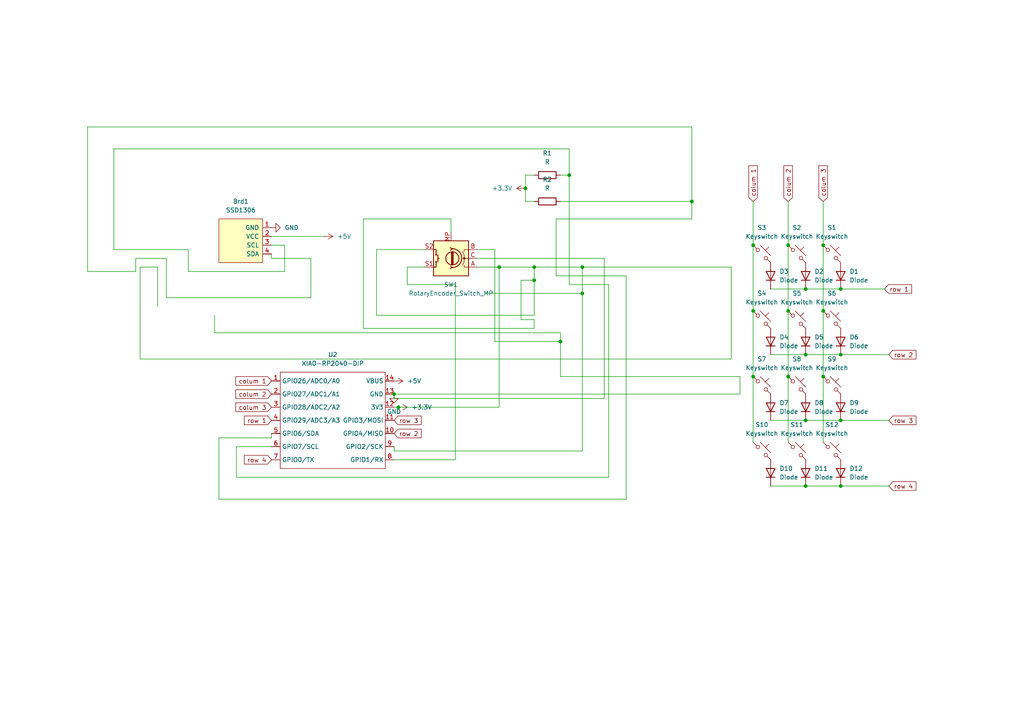
<source format=kicad_sch>
(kicad_sch (version 20231120) (generator "eeschema") (generator_version "8.0")
  (paper "A4")
  (lib_symbols
    (symbol "Device:R" (pin_numbers hide) (pin_names (offset 0))
      (property "Reference" "R" (at 2.032 0 90))
      (property "Value" "R" (at 0 0 90))
      (symbol "R_0_1"
        (rectangle (start -1.016 -2.54) (end 1.016 2.54) (stroke (width 0.254)))
      )
      (symbol "R_1_1"
        (pin passive line (at 0 3.81 270) (length 1.27) (name "~") (number "1"))
        (pin passive line (at 0 -3.81 90) (length 1.27) (name "~") (number "2"))
      )
    )
    (symbol "Device:RotaryEncoder_Switch_MP" (pin_names (offset 0.254) hide)
      (property "Reference" "SW" (at 0 8.89 0))
      (property "Value" "RotaryEncoder_Switch_MP" (at 0 6.35 0))
      (symbol "RotaryEncoder_Switch_MP_0_1"
        (rectangle (start -5.08 5.08) (end 5.08 -5.08) (stroke (width 0.254)) (fill (type background)))
        (circle (center -3.81 0) (radius 0.254) (fill (type outline)))
        (circle (center -0.381 0) (radius 1.905) (stroke (width 0.254)))
        (arc (start -0.381 2.667) (mid -3.0988 -0.0635) (end -0.381 -2.794) (stroke (width 0.254)))
        (polyline (pts (xy -0.635 -1.778) (xy -0.635 1.778)) (stroke (width 0.254)))
        (polyline (pts (xy -0.381 -1.778) (xy -0.381 1.778)) (stroke (width 0.254)))
        (polyline (pts (xy -0.127 1.778) (xy -0.127 -1.778)) (stroke (width 0.254)))
        (polyline (pts (xy 3.81 0) (xy 3.429 0)) (stroke (width 0.254)))
        (polyline (pts (xy 3.81 1.016) (xy 3.81 -1.016)) (stroke (width 0.254)))
        (polyline (pts (xy -5.08 -2.54) (xy -3.81 -2.54) (xy -3.81 -2.032)))
        (polyline (pts (xy -5.08 2.54) (xy -3.81 2.54) (xy -3.81 2.032)))
        (polyline (pts (xy 0.254 -3.048) (xy -0.508 -2.794) (xy 0.127 -2.413)) (stroke (width 0.254)))
        (polyline (pts (xy 0.254 2.921) (xy -0.508 2.667) (xy 0.127 2.286)) (stroke (width 0.254)))
        (polyline (pts (xy 5.08 -2.54) (xy 4.318 -2.54) (xy 4.318 -1.016)) (stroke (width 0.254)))
        (polyline (pts (xy 5.08 2.54) (xy 4.318 2.54) (xy 4.318 1.016)) (stroke (width 0.254)))
        (polyline (pts (xy -5.08 0) (xy -3.81 0) (xy -3.81 -1.016) (xy -3.302 -2.032)))
        (polyline (pts (xy -4.318 0) (xy -3.81 0) (xy -3.81 1.016) (xy -3.302 2.032)))
        (circle (center 4.318 -1.016) (radius 0.127) (stroke (width 0.254)))
        (circle (center 4.318 1.016) (radius 0.127) (stroke (width 0.254)))
      )
      (symbol "RotaryEncoder_Switch_MP_1_1"
        (pin passive line (at -7.62 2.54 0) (length 2.54) (name "A") (number "A"))
        (pin passive line (at -7.62 -2.54 0) (length 2.54) (name "B") (number "B"))
        (pin passive line (at -7.62 0 0) (length 2.54) (name "C") (number "C"))
        (pin passive line (at 0 -7.62 90) (length 2.54) (name "MP") (number "MP"))
        (pin passive line (at 7.62 2.54 180) (length 2.54) (name "S1") (number "S1"))
        (pin passive line (at 7.62 -2.54 180) (length 2.54) (name "S2") (number "S2"))
      )
    )
    (symbol "OPL:XIAO-RP2040-DIP"
      (property "Reference" "U" (at 0 0 0))
      (property "Value" "XIAO-RP2040-DIP" (at 5.334 -1.778 0))
      (symbol "XIAO-RP2040-DIP_1_0"
        (polyline (pts (xy -1.27 -30.48) (xy -1.27 -16.51)) (stroke (width 0.1524)))
        (polyline (pts (xy -1.27 -27.94) (xy -2.54 -27.94)) (stroke (width 0.1524)))
        (polyline (pts (xy -1.27 -24.13) (xy -2.54 -24.13)) (stroke (width 0.1524)))
        (polyline (pts (xy -1.27 -20.32) (xy -2.54 -20.32)) (stroke (width 0.1524)))
        (polyline (pts (xy -1.27 -16.51) (xy -2.54 -16.51)) (stroke (width 0.1524)))
        (polyline (pts (xy -1.27 -16.51) (xy -1.27 -12.7)) (stroke (width 0.1524)))
        (polyline (pts (xy -1.27 -12.7) (xy -2.54 -12.7)) (stroke (width 0.1524)))
        (polyline (pts (xy -1.27 -12.7) (xy -1.27 -8.89)) (stroke (width 0.1524)))
        (polyline (pts (xy -1.27 -8.89) (xy -2.54 -8.89)) (stroke (width 0.1524)))
        (polyline (pts (xy -1.27 -8.89) (xy -1.27 -5.08)) (stroke (width 0.1524)))
        (polyline (pts (xy -1.27 -5.08) (xy -2.54 -5.08)) (stroke (width 0.1524)))
        (polyline (pts (xy -1.27 -5.08) (xy -1.27 -2.54)) (stroke (width 0.1524)))
        (polyline (pts (xy -1.27 -2.54) (xy 29.21 -2.54)) (stroke (width 0.1524)))
        (polyline (pts (xy 29.21 -30.48) (xy -1.27 -30.48)) (stroke (width 0.1524)))
        (polyline (pts (xy 29.21 -12.7) (xy 29.21 -30.48)) (stroke (width 0.1524)))
        (polyline (pts (xy 29.21 -8.89) (xy 29.21 -12.7)) (stroke (width 0.1524)))
        (polyline (pts (xy 29.21 -5.08) (xy 29.21 -8.89)) (stroke (width 0.1524)))
        (polyline (pts (xy 29.21 -2.54) (xy 29.21 -5.08)) (stroke (width 0.1524)))
        (polyline (pts (xy 30.48 -27.94) (xy 29.21 -27.94)) (stroke (width 0.1524)))
        (polyline (pts (xy 30.48 -24.13) (xy 29.21 -24.13)) (stroke (width 0.1524)))
        (polyline (pts (xy 30.48 -20.32) (xy 29.21 -20.32)) (stroke (width 0.1524)))
        (polyline (pts (xy 30.48 -16.51) (xy 29.21 -16.51)) (stroke (width 0.1524)))
        (polyline (pts (xy 30.48 -12.7) (xy 29.21 -12.7)) (stroke (width 0.1524)))
        (polyline (pts (xy 30.48 -8.89) (xy 29.21 -8.89)) (stroke (width 0.1524)))
        (polyline (pts (xy 30.48 -5.08) (xy 29.21 -5.08)) (stroke (width 0.1524)))
        (pin passive line (at -3.81 -5.08 0) (length 2.54) (name "GPIO26/ADC0/A0") (number "1"))
        (pin passive line (at 31.75 -20.32 180) (length 2.54) (name "GPIO4/MISO") (number "10"))
        (pin passive line (at 31.75 -16.51 180) (length 2.54) (name "GPIO3/MOSI") (number "11"))
        (pin passive line (at 31.75 -12.7 180) (length 2.54) (name "3V3") (number "12"))
        (pin passive line (at 31.75 -8.89 180) (length 2.54) (name "GND") (number "13"))
        (pin passive line (at 31.75 -5.08 180) (length 2.54) (name "VBUS") (number "14"))
        (pin passive line (at -3.81 -8.89 0) (length 2.54) (name "GPIO27/ADC1/A1") (number "2"))
        (pin passive line (at -3.81 -12.7 0) (length 2.54) (name "GPIO28/ADC2/A2") (number "3"))
        (pin passive line (at -3.81 -16.51 0) (length 2.54) (name "GPIO29/ADC3/A3") (number "4"))
        (pin passive line (at -3.81 -20.32 0) (length 2.54) (name "GPIO6/SDA") (number "5"))
        (pin passive line (at -3.81 -24.13 0) (length 2.54) (name "GPIO7/SCL") (number "6"))
        (pin passive line (at -3.81 -27.94 0) (length 2.54) (name "GPIO0/TX") (number "7"))
        (pin passive line (at 31.75 -27.94 180) (length 2.54) (name "GPIO1/RX") (number "8"))
        (pin passive line (at 31.75 -24.13 180) (length 2.54) (name "GPIO2/SCK") (number "9"))
      )
    )
    (symbol "SSD1306-128x64_OLED:SSD1306" (pin_names (offset 1.016))
      (property "Reference" "Brd" (at 0 -3.81 0))
      (property "Value" "SSD1306" (at 0 -1.27 0))
      (symbol "SSD1306_0_1"
        (rectangle (start -6.35 6.35) (end 6.35 -6.35) (fill (type background)))
      )
      (symbol "SSD1306_1_1"
        (pin input line (at -3.81 8.89 270) (length 2.54) (name "GND") (number "1"))
        (pin input line (at -1.27 8.89 270) (length 2.54) (name "VCC") (number "2"))
        (pin input line (at 1.27 8.89 270) (length 2.54) (name "SCL") (number "3"))
        (pin input line (at 3.81 8.89 270) (length 2.54) (name "SDA") (number "4"))
      )
    )
    (symbol "ScottoKeebs:Placeholder_Diode" (pin_numbers hide) (pin_names hide)
      (property "Reference" "D" (at 0 2.54 0))
      (property "Value" "Diode" (at 0 -2.54 0))
      (symbol "Placeholder_Diode_0_1"
        (polyline (pts (xy -1.27 1.27) (xy -1.27 -1.27)) (stroke (width 0.254)))
        (polyline (pts (xy 1.27 0) (xy -1.27 0)))
        (polyline (pts (xy 1.27 1.27) (xy 1.27 -1.27) (xy -1.27 0) (xy 1.27 1.27)) (stroke (width 0.254)))
      )
      (symbol "Placeholder_Diode_1_1"
        (pin passive line (at -3.81 0 0) (length 2.54) (name "K") (number "1"))
        (pin passive line (at 3.81 0 180) (length 2.54) (name "A") (number "2"))
      )
    )
    (symbol "ScottoKeebs:Placeholder_Keyswitch" (pin_numbers hide) (pin_names (offset 1.016) hide)
      (property "Reference" "S" (at 3.048 1.016 0))
      (property "Value" "Keyswitch" (at 0 -3.81 0))
      (symbol "Placeholder_Keyswitch_0_1"
        (circle (center -1.1684 1.1684) (radius 0.508))
        (polyline (pts (xy -0.508 2.54) (xy 2.54 -0.508)))
        (polyline (pts (xy 1.016 1.016) (xy 2.032 2.032)))
        (polyline (pts (xy -2.54 2.54) (xy -1.524 1.524) (xy -1.524 1.524)))
        (polyline (pts (xy 1.524 -1.524) (xy 2.54 -2.54) (xy 2.54 -2.54) (xy 2.54 -2.54)))
        (circle (center 1.143 -1.1938) (radius 0.508))
        (pin passive line (at -2.54 2.54 0) (length 0) (name "1") (number "1"))
        (pin passive line (at 2.54 -2.54 180) (length 0) (name "2") (number "2"))
      )
    )
    (symbol "power:+3.3V" (power) (pin_numbers hide) (pin_names (offset 0) hide)
      (property "Value" "+3.3V" (at 0 3.556 0))
      (symbol "+3.3V_0_1"
        (polyline (pts (xy -0.762 1.27) (xy 0 2.54)))
        (polyline (pts (xy 0 0) (xy 0 2.54)))
        (polyline (pts (xy 0 2.54) (xy 0.762 1.27)))
      )
      (symbol "+3.3V_1_1"
        (pin power_in line (at 0 0 90) (length 0) (name "~") (number "1"))
      )
    )
    (symbol "power:+5V" (power) (pin_numbers hide) (pin_names (offset 0) hide)
      (property "Value" "+5V" (at 0 3.556 0))
      (symbol "+5V_0_1"
        (polyline (pts (xy -0.762 1.27) (xy 0 2.54)))
        (polyline (pts (xy 0 0) (xy 0 2.54)))
        (polyline (pts (xy 0 2.54) (xy 0.762 1.27)))
      )
      (symbol "+5V_1_1"
        (pin power_in line (at 0 0 90) (length 0) (name "~") (number "1"))
      )
    )
    (symbol "power:GND" (power) (pin_numbers hide) (pin_names (offset 0) hide)
      (property "Value" "GND" (at 0 -3.81 0))
      (symbol "GND_0_1"
        (polyline (pts (xy 0 0) (xy 0 -1.27) (xy 1.27 -1.27) (xy 0 -2.54) (xy -1.27 -1.27) (xy 0 -1.27)))
      )
      (symbol "GND_1_1"
        (pin power_in line (at 0 0 270) (length 0) (name "~") (number "1"))
      )
    )
  )
  (junction (at 228.6 71.12))
  (junction (at 238.76 109.22))
  (junction (at 154.94 81.28))
  (junction (at 152.4 54.61))
  (junction (at 114.3 114.3))
  (junction (at 218.44 109.22))
  (junction (at 228.6 109.22))
  (junction (at 233.68 121.92))
  (junction (at 243.84 140.97))
  (junction (at 154.94 77.47))
  (junction (at 238.76 90.17))
  (junction (at 165.1 50.8))
  (junction (at 218.44 90.17))
  (junction (at 162.56 99.06))
  (junction (at 168.91 85.09))
  (junction (at 233.68 102.87))
  (junction (at 115.57 118.11))
  (junction (at 238.76 71.12))
  (junction (at 218.44 71.12))
  (junction (at 144.78 77.47))
  (junction (at 233.68 140.97))
  (junction (at 243.84 83.82))
  (junction (at 228.6 90.17))
  (junction (at 200.66 58.42))
  (junction (at 168.91 77.47))
  (junction (at 243.84 121.92))
  (junction (at 233.68 83.82))
  (junction (at 243.84 102.87))
  (wire (pts (xy 152.4 54.61) (xy 152.4 58.42)))
  (wire (pts (xy 238.76 58.42) (xy 238.76 71.12)))
  (wire (pts (xy 168.91 77.47) (xy 168.91 85.09)))
  (wire (pts (xy 165.1 50.8) (xy 165.1 82.55)))
  (wire (pts (xy 214.63 114.3) (xy 114.3 114.3)))
  (wire (pts (xy 109.22 72.39) (xy 109.22 91.44)))
  (wire (pts (xy 82.55 71.12) (xy 78.74 71.12)))
  (wire (pts (xy 243.84 83.82) (xy 256.54 83.82)))
  (wire (pts (xy 39.37 74.93) (xy 48.26 74.93)))
  (wire (pts (xy 54.61 78.74) (xy 82.55 78.74)))
  (wire (pts (xy 143.51 99.06) (xy 162.56 99.06)))
  (wire (pts (xy 132.08 133.35) (xy 114.3 133.35)))
  (wire (pts (xy 223.52 102.87) (xy 233.68 102.87)))
  (wire (pts (xy 151.13 92.71) (xy 151.13 81.28)))
  (wire (pts (xy 123.19 72.39) (xy 109.22 72.39)))
  (wire (pts (xy 48.26 74.93) (xy 48.26 86.36)))
  (wire (pts (xy 162.56 58.42) (xy 200.66 58.42)))
  (wire (pts (xy 63.5 144.78) (xy 63.5 127)))
  (wire (pts (xy 238.76 109.22) (xy 238.76 128.27)))
  (wire (pts (xy 154.94 95.25) (xy 154.94 92.71)))
  (wire (pts (xy 123.19 77.47) (xy 118.11 77.47)))
  (wire (pts (xy 165.1 43.18) (xy 165.1 50.8)))
  (wire (pts (xy 132.08 82.55) (xy 118.11 82.55)))
  (wire (pts (xy 162.56 99.06) (xy 162.56 109.22)))
  (wire (pts (xy 68.58 129.54) (xy 78.74 129.54)))
  (wire (pts (xy 223.52 121.92) (xy 233.68 121.92)))
  (wire (pts (xy 151.13 81.28) (xy 154.94 81.28)))
  (wire (pts (xy 154.94 77.47) (xy 154.94 81.28)))
  (wire (pts (xy 218.44 71.12) (xy 218.44 90.17)))
  (wire (pts (xy 238.76 71.12) (xy 238.76 90.17)))
  (wire (pts (xy 118.11 77.47) (xy 118.11 82.55)))
  (wire (pts (xy 162.56 96.52) (xy 162.56 99.06)))
  (wire (pts (xy 62.23 96.52) (xy 62.23 91.44)))
  (wire (pts (xy 33.02 43.18) (xy 165.1 43.18)))
  (wire (pts (xy 212.09 77.47) (xy 212.09 104.14)))
  (wire (pts (xy 140.97 85.09) (xy 168.91 85.09)))
  (wire (pts (xy 257.81 121.92) (xy 243.84 121.92)))
  (wire (pts (xy 168.91 77.47) (xy 212.09 77.47)))
  (wire (pts (xy 257.81 102.87) (xy 243.84 102.87)))
  (wire (pts (xy 168.91 85.09) (xy 168.91 130.81)))
  (wire (pts (xy 200.66 63.5) (xy 161.29 63.5)))
  (wire (pts (xy 233.68 102.87) (xy 243.84 102.87)))
  (wire (pts (xy 228.6 58.42) (xy 228.6 71.12)))
  (wire (pts (xy 138.43 74.93) (xy 175.26 74.93)))
  (wire (pts (xy 175.26 74.93) (xy 175.26 115.57)))
  (wire (pts (xy 152.4 50.8) (xy 152.4 54.61)))
  (wire (pts (xy 39.37 78.74) (xy 39.37 74.93)))
  (wire (pts (xy 154.94 50.8) (xy 152.4 50.8)))
  (wire (pts (xy 238.76 90.17) (xy 238.76 109.22)))
  (wire (pts (xy 168.91 130.81) (xy 114.3 130.81)))
  (wire (pts (xy 181.61 80.01) (xy 181.61 144.78)))
  (wire (pts (xy 25.4 36.83) (xy 200.66 36.83)))
  (wire (pts (xy 130.81 67.31) (xy 130.81 63.5)))
  (wire (pts (xy 152.4 58.42) (xy 154.94 58.42)))
  (wire (pts (xy 109.22 91.44) (xy 154.94 91.44)))
  (wire (pts (xy 214.63 114.3) (xy 214.63 109.22)))
  (wire (pts (xy 228.6 71.12) (xy 228.6 90.17)))
  (wire (pts (xy 257.81 140.97) (xy 243.84 140.97)))
  (wire (pts (xy 114.3 118.11) (xy 115.57 118.11)))
  (wire (pts (xy 144.78 77.47) (xy 154.94 77.47)))
  (wire (pts (xy 162.56 109.22) (xy 214.63 109.22)))
  (wire (pts (xy 82.55 71.12) (xy 82.55 78.74)))
  (wire (pts (xy 176.53 138.43) (xy 68.58 138.43)))
  (wire (pts (xy 200.66 58.42) (xy 200.66 63.5)))
  (wire (pts (xy 233.68 121.92) (xy 243.84 121.92)))
  (wire (pts (xy 78.74 74.93) (xy 78.74 73.66)))
  (wire (pts (xy 115.57 118.11) (xy 144.78 118.11)))
  (wire (pts (xy 233.68 140.97) (xy 243.84 140.97)))
  (wire (pts (xy 90.17 86.36) (xy 90.17 74.93)))
  (wire (pts (xy 90.17 74.93) (xy 78.74 74.93)))
  (wire (pts (xy 40.64 104.14) (xy 212.09 104.14)))
  (wire (pts (xy 45.72 77.47) (xy 45.72 88.9)))
  (wire (pts (xy 154.94 92.71) (xy 151.13 92.71)))
  (wire (pts (xy 161.29 63.5) (xy 161.29 80.01)))
  (wire (pts (xy 138.43 77.47) (xy 144.78 77.47)))
  (wire (pts (xy 78.74 127) (xy 78.74 125.73)))
  (wire (pts (xy 63.5 127) (xy 78.74 127)))
  (wire (pts (xy 175.26 115.57) (xy 114.3 115.57)))
  (wire (pts (xy 138.43 72.39) (xy 143.51 72.39)))
  (wire (pts (xy 176.53 82.55) (xy 176.53 138.43)))
  (wire (pts (xy 114.3 114.3) (xy 114.3 115.57)))
  (wire (pts (xy 233.68 83.82) (xy 243.84 83.82)))
  (wire (pts (xy 218.44 58.42) (xy 218.44 71.12)))
  (wire (pts (xy 93.98 68.58) (xy 78.74 68.58)))
  (wire (pts (xy 62.23 96.52) (xy 162.56 96.52)))
  (wire (pts (xy 218.44 109.22) (xy 218.44 128.27)))
  (wire (pts (xy 181.61 144.78) (xy 63.5 144.78)))
  (wire (pts (xy 228.6 109.22) (xy 228.6 128.27)))
  (wire (pts (xy 114.3 130.81) (xy 114.3 129.54)))
  (wire (pts (xy 165.1 82.55) (xy 176.53 82.55)))
  (wire (pts (xy 223.52 83.82) (xy 233.68 83.82)))
  (wire (pts (xy 105.41 95.25) (xy 154.94 95.25)))
  (wire (pts (xy 132.08 82.55) (xy 132.08 133.35)))
  (wire (pts (xy 40.64 77.47) (xy 45.72 77.47)))
  (wire (pts (xy 200.66 36.83) (xy 200.66 58.42)))
  (wire (pts (xy 33.02 72.39) (xy 33.02 43.18)))
  (wire (pts (xy 144.78 77.47) (xy 144.78 118.11)))
  (wire (pts (xy 54.61 72.39) (xy 33.02 72.39)))
  (wire (pts (xy 154.94 77.47) (xy 168.91 77.47)))
  (wire (pts (xy 105.41 63.5) (xy 105.41 95.25)))
  (wire (pts (xy 25.4 36.83) (xy 25.4 78.74)))
  (wire (pts (xy 218.44 90.17) (xy 218.44 109.22)))
  (wire (pts (xy 40.64 77.47) (xy 40.64 104.14)))
  (wire (pts (xy 154.94 91.44) (xy 154.94 81.28)))
  (wire (pts (xy 130.81 63.5) (xy 105.41 63.5)))
  (wire (pts (xy 54.61 78.74) (xy 54.61 72.39)))
  (wire (pts (xy 25.4 78.74) (xy 39.37 78.74)))
  (wire (pts (xy 68.58 138.43) (xy 68.58 129.54)))
  (wire (pts (xy 228.6 90.17) (xy 228.6 109.22)))
  (wire (pts (xy 48.26 86.36) (xy 90.17 86.36)))
  (wire (pts (xy 165.1 50.8) (xy 162.56 50.8)))
  (wire (pts (xy 223.52 140.97) (xy 233.68 140.97)))
  (wire (pts (xy 143.51 72.39) (xy 143.51 99.06)))
  (wire (pts (xy 161.29 80.01) (xy 181.61 80.01)))
  (global_label "colum 3" (shape input) (at 238.76 58.42 90) (property "Intersheetrefs" "${INTERSHEET_REFS}" (effects (hide yes))))
  (global_label "colum 1" (shape input) (at 78.74 110.49 180) (property "Intersheetrefs" "${INTERSHEET_REFS}" (effects (hide yes))))
  (global_label "colum 1" (shape input) (at 218.44 58.42 90) (property "Intersheetrefs" "${INTERSHEET_REFS}" (effects (hide yes))))
  (global_label "row 3" (shape input) (at 114.3 121.92 0) (property "Intersheetrefs" "${INTERSHEET_REFS}" (effects (hide yes))))
  (global_label "row 1" (shape input) (at 256.54 83.82 0) (property "Intersheetrefs" "${INTERSHEET_REFS}" (effects (hide yes))))
  (global_label "colum 2" (shape input) (at 228.6 58.42 90) (property "Intersheetrefs" "${INTERSHEET_REFS}" (effects (hide yes))))
  (global_label "row 4" (shape input) (at 78.74 133.35 180) (property "Intersheetrefs" "${INTERSHEET_REFS}" (effects (hide yes))))
  (global_label "row 2" (shape input) (at 257.81 102.87 0) (property "Intersheetrefs" "${INTERSHEET_REFS}" (effects (hide yes))))
  (global_label "row 3" (shape input) (at 257.81 121.92 0) (property "Intersheetrefs" "${INTERSHEET_REFS}" (effects (hide yes))))
  (global_label "row 2" (shape input) (at 114.3 125.73 0) (property "Intersheetrefs" "${INTERSHEET_REFS}" (effects (hide yes))))
  (global_label "row 4" (shape input) (at 257.81 140.97 0) (property "Intersheetrefs" "${INTERSHEET_REFS}" (effects (hide yes))))
  (global_label "colum 3" (shape input) (at 78.74 118.11 180) (property "Intersheetrefs" "${INTERSHEET_REFS}" (effects (hide yes))))
  (global_label "colum 2" (shape input) (at 78.74 114.3 180) (property "Intersheetrefs" "${INTERSHEET_REFS}" (effects (hide yes))))
  (global_label "row 1" (shape input) (at 78.74 121.92 180) (property "Intersheetrefs" "${INTERSHEET_REFS}" (effects (hide yes))))
  (symbol (lib_id "ScottoKeebs:Placeholder_Diode") (at 243.84 80.01 90) (unit 1)
    (property "Reference" "D1" (at 246.38 78.7399 90) (effects (justify right)))
    (property "Value" "Diode" (at 246.38 81.2799 90) (effects (justify right)))
    (property "Footprint" "ScottoKeebs_Components:Diode_DO-35" (effects (hide yes)))
    (property "Description" "1N4148 (DO-35) or 1N4148W (SOD-123)" (effects (hide yes)))
    (property "Sim.Device" "D" (effects (hide yes)))
    (property "Sim.Pins" "1=K 2=A" (effects (hide yes)))
  )
  (symbol (lib_id "ScottoKeebs:Placeholder_Diode") (at 233.68 99.06 90) (unit 1)
    (property "Reference" "D5" (at 236.22 97.7899 90) (effects (justify right)))
    (property "Value" "Diode" (at 236.22 100.3299 90) (effects (justify right)))
    (property "Footprint" "ScottoKeebs_Components:Diode_DO-35" (effects (hide yes)))
    (property "Description" "1N4148 (DO-35) or 1N4148W (SOD-123)" (effects (hide yes)))
    (property "Sim.Device" "D" (effects (hide yes)))
    (property "Sim.Pins" "1=K 2=A" (effects (hide yes)))
  )
  (symbol (lib_id "ScottoKeebs:Placeholder_Diode") (at 233.68 80.01 90) (unit 1)
    (property "Reference" "D2" (at 236.22 78.7399 90) (effects (justify right)))
    (property "Value" "Diode" (at 236.22 81.2799 90) (effects (justify right)))
    (property "Footprint" "ScottoKeebs_Components:Diode_DO-35" (effects (hide yes)))
    (property "Description" "1N4148 (DO-35) or 1N4148W (SOD-123)" (effects (hide yes)))
    (property "Sim.Device" "D" (effects (hide yes)))
    (property "Sim.Pins" "1=K 2=A" (effects (hide yes)))
  )
  (symbol (lib_id "ScottoKeebs:Placeholder_Keyswitch") (at 231.14 92.71 0) (unit 1)
    (property "Reference" "S5" (at 231.14 85.09 0))
    (property "Value" "Keyswitch" (at 231.14 87.63 0))
    (property "Footprint" "ScottoKeebs_MX:MX_PCB_1.00u" (effects (hide yes)))
    (property "Description" "Push button switch, normally open, two pins, 45° tilted" (effects (hide yes)))
  )
  (symbol (lib_id "ScottoKeebs:Placeholder_Diode") (at 243.84 118.11 90) (unit 1)
    (property "Reference" "D9" (at 246.38 116.8399 90) (effects (justify right)))
    (property "Value" "Diode" (at 246.38 119.3799 90) (effects (justify right)))
    (property "Footprint" "ScottoKeebs_Components:Diode_DO-35" (effects (hide yes)))
    (property "Description" "1N4148 (DO-35) or 1N4148W (SOD-123)" (effects (hide yes)))
    (property "Sim.Device" "D" (effects (hide yes)))
    (property "Sim.Pins" "1=K 2=A" (effects (hide yes)))
  )
  (symbol (lib_id "ScottoKeebs:Placeholder_Diode") (at 243.84 99.06 90) (unit 1)
    (property "Reference" "D6" (at 246.38 97.7899 90) (effects (justify right)))
    (property "Value" "Diode" (at 246.38 100.3299 90) (effects (justify right)))
    (property "Footprint" "ScottoKeebs_Components:Diode_DO-35" (effects (hide yes)))
    (property "Description" "1N4148 (DO-35) or 1N4148W (SOD-123)" (effects (hide yes)))
    (property "Sim.Device" "D" (effects (hide yes)))
    (property "Sim.Pins" "1=K 2=A" (effects (hide yes)))
  )
  (symbol (lib_id "SSD1306-128x64_OLED:SSD1306") (at 69.85 69.85 270) (unit 1)
    (property "Reference" "Brd1" (at 69.85 58.42 90))
    (property "Value" "SSD1306" (at 69.85 60.96 90))
    (property "Footprint" "SSD1306:128x64OLED" (effects (hide yes)))
    (property "Description" "SSD1306 OLED" (effects (hide yes)))
  )
  (symbol (lib_id "OPL:XIAO-RP2040-DIP") (at 82.55 105.41 0) (unit 1)
    (property "Reference" "U2" (at 96.52 102.87 0))
    (property "Value" "XIAO-RP2040-DIP" (at 96.52 105.41 0))
    (property "Footprint" "Library 3D:XIAO-RP2040-DIP" (effects (hide yes)))
  )
  (symbol (lib_id "power:+5V") (at 114.3 110.49 270) (unit 1)
    (property "Reference" "#PWR05" (effects (hide yes)))
    (property "Value" "+5V" (at 118.11 110.4899 90) (effects (justify left)))
    (property "Description" "Power symbol creates a global label with name \"+5V\"" (effects (hide yes)))
  )
  (symbol (lib_id "power:GND") (at 114.3 114.3 0) (unit 1)
    (property "Reference" "#PWR03" (effects (hide yes)))
    (property "Value" "GND" (at 114.3 119.38 0))
    (property "Description" "Power symbol creates a global label with name \"GND\" , ground" (effects (hide yes)))
  )
  (symbol (lib_id "ScottoKeebs:Placeholder_Keyswitch") (at 220.98 111.76 0) (unit 1)
    (property "Reference" "S7" (at 220.98 104.14 0))
    (property "Value" "Keyswitch" (at 220.98 106.68 0))
    (property "Footprint" "ScottoKeebs_MX:MX_PCB_1.00u" (effects (hide yes)))
    (property "Description" "Push button switch, normally open, two pins, 45° tilted" (effects (hide yes)))
  )
  (symbol (lib_id "power:+3.3V") (at 152.4 54.61 90) (unit 1)
    (property "Reference" "#PWR04" (effects (hide yes)))
    (property "Value" "+3.3V" (at 148.59 54.6099 90) (effects (justify left)))
    (property "Description" "Power symbol creates a global label with name \"+3.3V\"" (effects (hide yes)))
  )
  (symbol (lib_id "ScottoKeebs:Placeholder_Keyswitch") (at 220.98 73.66 0) (unit 1)
    (property "Reference" "S3" (at 220.98 66.04 0))
    (property "Value" "Keyswitch" (at 220.98 68.58 0))
    (property "Footprint" "ScottoKeebs_MX:MX_PCB_1.00u" (effects (hide yes)))
    (property "Description" "Push button switch, normally open, two pins, 45° tilted" (effects (hide yes)))
  )
  (symbol (lib_id "ScottoKeebs:Placeholder_Keyswitch") (at 220.98 92.71 0) (unit 1)
    (property "Reference" "S4" (at 220.98 85.09 0))
    (property "Value" "Keyswitch" (at 220.98 87.63 0))
    (property "Footprint" "ScottoKeebs_MX:MX_PCB_1.00u" (effects (hide yes)))
    (property "Description" "Push button switch, normally open, two pins, 45° tilted" (effects (hide yes)))
  )
  (symbol (lib_id "power:+3.3V") (at 115.57 118.11 270) (unit 1)
    (property "Reference" "#PWR06" (effects (hide yes)))
    (property "Value" "+3.3V" (at 119.38 118.1101 90) (effects (justify left)))
    (property "Description" "Power symbol creates a global label with name \"+3.3V\"" (effects (hide yes)))
  )
  (symbol (lib_id "ScottoKeebs:Placeholder_Keyswitch") (at 241.3 73.66 0) (unit 1)
    (property "Reference" "S1" (at 241.3 66.04 0))
    (property "Value" "Keyswitch" (at 241.3 68.58 0))
    (property "Footprint" "ScottoKeebs_MX:MX_PCB_1.00u" (effects (hide yes)))
    (property "Description" "Push button switch, normally open, two pins, 45° tilted" (effects (hide yes)))
  )
  (symbol (lib_id "power:GND") (at 78.74 66.04 90) (unit 1)
    (property "Reference" "#PWR02" (effects (hide yes)))
    (property "Value" "GND" (at 82.55 66.0399 90) (effects (justify right)))
    (property "Description" "Power symbol creates a global label with name \"GND\" , ground" (effects (hide yes)))
  )
  (symbol (lib_id "ScottoKeebs:Placeholder_Keyswitch") (at 241.3 92.71 0) (unit 1)
    (property "Reference" "S6" (at 241.3 85.09 0))
    (property "Value" "Keyswitch" (at 241.3 87.63 0))
    (property "Footprint" "ScottoKeebs_MX:MX_PCB_1.00u" (effects (hide yes)))
    (property "Description" "Push button switch, normally open, two pins, 45° tilted" (effects (hide yes)))
  )
  (symbol (lib_id "ScottoKeebs:Placeholder_Keyswitch") (at 231.14 73.66 0) (unit 1)
    (property "Reference" "S2" (at 231.14 66.04 0))
    (property "Value" "Keyswitch" (at 231.14 68.58 0))
    (property "Footprint" "ScottoKeebs_MX:MX_PCB_1.00u" (effects (hide yes)))
    (property "Description" "Push button switch, normally open, two pins, 45° tilted" (effects (hide yes)))
  )
  (symbol (lib_id "ScottoKeebs:Placeholder_Diode") (at 233.68 137.16 90) (unit 1)
    (property "Reference" "D11" (at 236.22 135.8899 90) (effects (justify right)))
    (property "Value" "Diode" (at 236.22 138.4299 90) (effects (justify right)))
    (property "Footprint" "ScottoKeebs_Components:Diode_DO-35" (effects (hide yes)))
    (property "Description" "1N4148 (DO-35) or 1N4148W (SOD-123)" (effects (hide yes)))
    (property "Sim.Device" "D" (effects (hide yes)))
    (property "Sim.Pins" "1=K 2=A" (effects (hide yes)))
  )
  (symbol (lib_id "Device:R") (at 158.75 50.8 90) (unit 1)
    (property "Reference" "R1" (at 158.75 44.45 90))
    (property "Value" "R" (at 158.75 46.99 90))
    (property "Footprint" "Resistor_THT:R_Axial_DIN0204_L3.6mm_D1.6mm_P7.62mm_Horizontal" (effects (hide yes)))
    (property "Description" "Resistor" (effects (hide yes)))
  )
  (symbol (lib_id "ScottoKeebs:Placeholder_Diode") (at 223.52 118.11 90) (unit 1)
    (property "Reference" "D7" (at 226.06 116.8399 90) (effects (justify right)))
    (property "Value" "Diode" (at 226.06 119.3799 90) (effects (justify right)))
    (property "Footprint" "ScottoKeebs_Components:Diode_DO-35" (effects (hide yes)))
    (property "Description" "1N4148 (DO-35) or 1N4148W (SOD-123)" (effects (hide yes)))
    (property "Sim.Device" "D" (effects (hide yes)))
    (property "Sim.Pins" "1=K 2=A" (effects (hide yes)))
  )
  (symbol (lib_id "power:+5V") (at 93.98 68.58 270) (unit 1)
    (property "Reference" "#PWR01" (effects (hide yes)))
    (property "Value" "+5V" (at 97.79 68.5799 90) (effects (justify left)))
    (property "Description" "Power symbol creates a global label with name \"+5V\"" (effects (hide yes)))
  )
  (symbol (lib_id "ScottoKeebs:Placeholder_Diode") (at 233.68 118.11 90) (unit 1)
    (property "Reference" "D8" (at 236.22 116.8399 90) (effects (justify right)))
    (property "Value" "Diode" (at 236.22 119.3799 90) (effects (justify right)))
    (property "Footprint" "ScottoKeebs_Components:Diode_DO-35" (effects (hide yes)))
    (property "Description" "1N4148 (DO-35) or 1N4148W (SOD-123)" (effects (hide yes)))
    (property "Sim.Device" "D" (effects (hide yes)))
    (property "Sim.Pins" "1=K 2=A" (effects (hide yes)))
  )
  (symbol (lib_id "ScottoKeebs:Placeholder_Keyswitch") (at 220.98 130.81 0) (unit 1)
    (property "Reference" "S10" (at 220.98 123.19 0))
    (property "Value" "Keyswitch" (at 220.98 125.73 0))
    (property "Footprint" "ScottoKeebs_MX:MX_PCB_1.00u" (effects (hide yes)))
    (property "Description" "Push button switch, normally open, two pins, 45° tilted" (effects (hide yes)))
  )
  (symbol (lib_id "Device:RotaryEncoder_Switch_MP") (at 130.81 74.93 180) (unit 1)
    (property "Reference" "SW1" (at 130.81 82.55 0))
    (property "Value" "RotaryEncoder_Switch_MP" (at 130.81 85.09 0))
    (property "Footprint" "ScottoKeebs_Scotto:Encoder_EC11_MX" (effects (hide yes)))
    (property "Description" "Rotary encoder, dual channel, incremental quadrate outputs, with switch and MP Pin" (effects (hide yes)))
  )
  (symbol (lib_id "ScottoKeebs:Placeholder_Diode") (at 223.52 80.01 90) (unit 1)
    (property "Reference" "D3" (at 226.06 78.7399 90) (effects (justify right)))
    (property "Value" "Diode" (at 226.06 81.2799 90) (effects (justify right)))
    (property "Footprint" "ScottoKeebs_Components:Diode_DO-35" (effects (hide yes)))
    (property "Description" "1N4148 (DO-35) or 1N4148W (SOD-123)" (effects (hide yes)))
    (property "Sim.Device" "D" (effects (hide yes)))
    (property "Sim.Pins" "1=K 2=A" (effects (hide yes)))
  )
  (symbol (lib_id "ScottoKeebs:Placeholder_Diode") (at 223.52 99.06 90) (unit 1)
    (property "Reference" "D4" (at 226.06 97.7899 90) (effects (justify right)))
    (property "Value" "Diode" (at 226.06 100.3299 90) (effects (justify right)))
    (property "Footprint" "ScottoKeebs_Components:Diode_DO-35" (effects (hide yes)))
    (property "Description" "1N4148 (DO-35) or 1N4148W (SOD-123)" (effects (hide yes)))
    (property "Sim.Device" "D" (effects (hide yes)))
    (property "Sim.Pins" "1=K 2=A" (effects (hide yes)))
  )
  (symbol (lib_id "ScottoKeebs:Placeholder_Diode") (at 243.84 137.16 90) (unit 1)
    (property "Reference" "D12" (at 246.38 135.8899 90) (effects (justify right)))
    (property "Value" "Diode" (at 246.38 138.4299 90) (effects (justify right)))
    (property "Footprint" "ScottoKeebs_Components:Diode_DO-35" (effects (hide yes)))
    (property "Description" "1N4148 (DO-35) or 1N4148W (SOD-123)" (effects (hide yes)))
    (property "Sim.Device" "D" (effects (hide yes)))
    (property "Sim.Pins" "1=K 2=A" (effects (hide yes)))
  )
  (symbol (lib_id "ScottoKeebs:Placeholder_Keyswitch") (at 231.14 130.81 0) (unit 1)
    (property "Reference" "S11" (at 231.14 123.19 0))
    (property "Value" "Keyswitch" (at 231.14 125.73 0))
    (property "Footprint" "ScottoKeebs_MX:MX_PCB_1.00u" (effects (hide yes)))
    (property "Description" "Push button switch, normally open, two pins, 45° tilted" (effects (hide yes)))
  )
  (symbol (lib_id "ScottoKeebs:Placeholder_Keyswitch") (at 231.14 111.76 0) (unit 1)
    (property "Reference" "S8" (at 231.14 104.14 0))
    (property "Value" "Keyswitch" (at 231.14 106.68 0))
    (property "Footprint" "ScottoKeebs_MX:MX_PCB_1.00u" (effects (hide yes)))
    (property "Description" "Push button switch, normally open, two pins, 45° tilted" (effects (hide yes)))
  )
  (symbol (lib_id "ScottoKeebs:Placeholder_Diode") (at 223.52 137.16 90) (unit 1)
    (property "Reference" "D10" (at 226.06 135.8899 90) (effects (justify right)))
    (property "Value" "Diode" (at 226.06 138.4299 90) (effects (justify right)))
    (property "Footprint" "ScottoKeebs_Components:Diode_DO-35" (effects (hide yes)))
    (property "Description" "1N4148 (DO-35) or 1N4148W (SOD-123)" (effects (hide yes)))
    (property "Sim.Device" "D" (effects (hide yes)))
    (property "Sim.Pins" "1=K 2=A" (effects (hide yes)))
  )
  (symbol (lib_id "ScottoKeebs:Placeholder_Keyswitch") (at 241.3 111.76 0) (unit 1)
    (property "Reference" "S9" (at 241.3 104.14 0))
    (property "Value" "Keyswitch" (at 241.3 106.68 0))
    (property "Footprint" "ScottoKeebs_MX:MX_PCB_1.00u" (effects (hide yes)))
    (property "Description" "Push button switch, normally open, two pins, 45° tilted" (effects (hide yes)))
  )
  (symbol (lib_id "ScottoKeebs:Placeholder_Keyswitch") (at 241.3 130.81 0) (unit 1)
    (property "Reference" "S12" (at 241.3 123.19 0))
    (property "Value" "Keyswitch" (at 241.3 125.73 0))
    (property "Footprint" "ScottoKeebs_MX:MX_PCB_1.00u" (effects (hide yes)))
    (property "Description" "Push button switch, normally open, two pins, 45° tilted" (effects (hide yes)))
  )
  (symbol (lib_id "Device:R") (at 158.75 58.42 270) (unit 1)
    (property "Reference" "R2" (at 158.75 52.07 90))
    (property "Value" "R" (at 158.75 54.61 90))
    (property "Footprint" "Resistor_THT:R_Axial_DIN0204_L3.6mm_D1.6mm_P7.62mm_Horizontal" (effects (hide yes)))
    (property "Description" "Resistor" (effects (hide yes)))
  )
)
</source>
